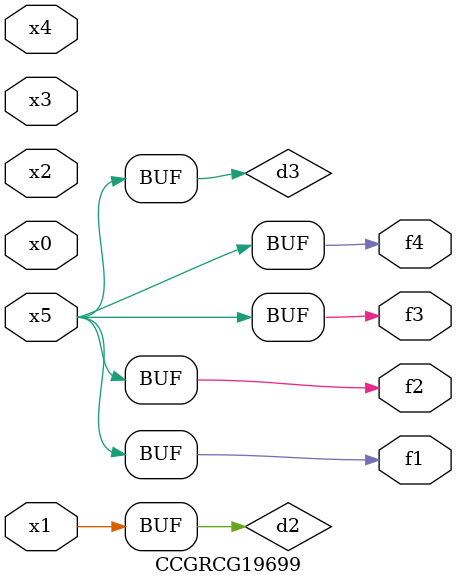
<source format=v>
module CCGRCG19699(
	input x0, x1, x2, x3, x4, x5,
	output f1, f2, f3, f4
);

	wire d1, d2, d3;

	not (d1, x5);
	or (d2, x1);
	xnor (d3, d1);
	assign f1 = d3;
	assign f2 = d3;
	assign f3 = d3;
	assign f4 = d3;
endmodule

</source>
